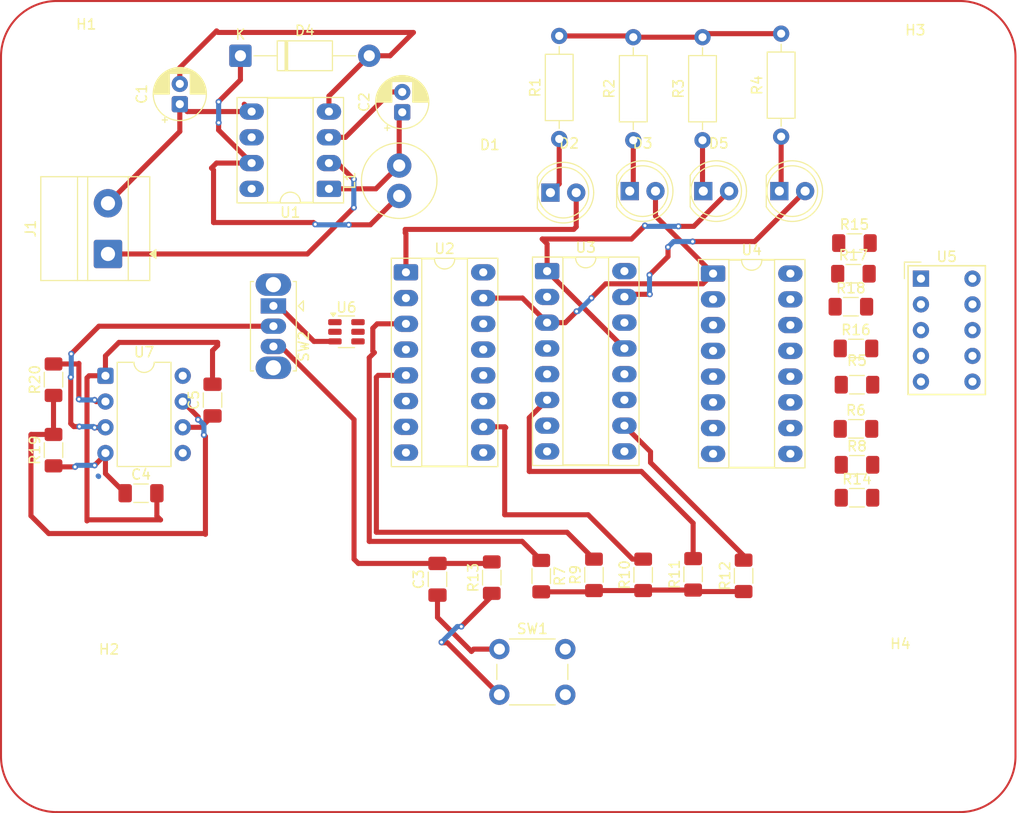
<source format=kicad_pcb>
(kicad_pcb (version 20241229) (generator "pcbnew") (generator_version "9.0")
  (layers (0 "F.Cu" signal) (2 "B.Cu" signal) (13 "F.Paste" user) (15 "B.Paste" user) (5 "F.SilkS" user "F.Silkscreen") (7 "B.SilkS" user "B.Silkscreen") (1 "F.Mask" user) (3 "B.Mask" user) (25 "Edge.Cuts" user))
  (net 0 "")
  (net 1 "VD")
  (net 2 "GND")
  (net 3 "+5V")
  (net 4 "Net-(SW2-A)")
  (net 5 "Net-(U7-THR)")
  (net 6 "Q0")
  (net 7 "Net-(D1-K)")
  (net 8 "Net-(D2-K)")
  (net 9 "Q1")
  (net 10 "Q2")
  (net 11 "Net-(D3-K)")
  (net 12 "Net-(D4-K)")
  (net 13 "Net-(D5-K)")
  (net 14 "Q3")
  (net 15 "Net-(U5-A)")
  (net 16 "Net-(U4-a)")
  (net 17 "Net-(U5-B)")
  (net 18 "Net-(U4-b)")
  (net 19 "Clock")
  (net 20 "Net-(U5-C)")
  (net 21 "Net-(U4-c)")
  (net 22 "Net-(U2A-J)")
  (net 23 "Net-(U2B-J)")
  (net 24 "Net-(U3A-J)")
  (net 25 "Net-(U3B-J)")
  (net 26 "Net-(R13-Pad1)")
  (net 27 "Net-(U5-D)")
  (net 28 "Net-(U4-d)")
  (net 29 "Net-(U4-BI)")
  (net 30 "Net-(U4-e)")
  (net 31 "Net-(U5-E)")
  (net 32 "Net-(U4-f)")
  (net 33 "Net-(U5-F)")
  (net 34 "Net-(U4-g)")
  (net 35 "Net-(U5-G)")
  (net 36 "Net-(U7-DIS)")
  (net 37 "555")
  (net 40 "Reset")
  (footprint "MountingHole:MountingHole_5.5mm" (layer "F.Cu") (at 124.65 117.65)
    (property "Reference" "H2" (at 0 -6.45 0) (layer "F.SilkS"))
    (property "Value" "MountingHole")
    (pad "" np_thru_hole circle (at 0 0) (size 5.5 5.5) (drill 5.5) (layers "*.Cu" "*.Mask"))
  )
  (footprint "Capacitor_THT:CP_Radial_D5.0mm_P2.00mm" (layer "F.Cu") (at 131.625 57.425 90)
    (property "Reference" "C1" (at 1 -3.75 90) (layer "F.SilkS"))
    (property "Value" "22u")
    (pad "1" thru_hole roundrect (at 0 0 90) (size 1.6 1.6) (drill 0.8) (layers "*.Cu" "*.Mask") (roundrect_rratio 0.15625) (net 1 "VD"))
    (pad "2" thru_hole circle (at 2 0 90) (size 1.6 1.6) (drill 0.8) (layers "*.Cu" "*.Mask") (net 2 "GND"))
  )
  (footprint "Package_DIP:DIP-8_W7.62mm_Socket_LongPads" (layer "F.Cu") (at 146.325 65.775 180)
    (property "Reference" "U1" (at 3.81 -2.33 0) (layer "F.SilkS"))
    (property "Value" "LM2574N-5")
    (pad "1" thru_hole roundrect (at 0 0 180) (size 2.4 1.6) (drill 0.8) (layers "*.Cu" "*.Mask") (roundrect_rratio 0.15625) (net 3 "+5V"))
    (pad "2" thru_hole oval (at 0 2.54 180) (size 2.4 1.6) (drill 0.8) (layers "*.Cu" "*.Mask") (net 2 "GND"))
    (pad "3" thru_hole oval (at 0 5.08 180) (size 2.4 1.6) (drill 0.8) (layers "*.Cu" "*.Mask") (net 2 "GND"))
    (pad "4" thru_hole oval (at 0 7.62 180) (size 2.4 1.6) (drill 0.8) (layers "*.Cu" "*.Mask") (net 2 "GND"))
    (pad "5" thru_hole oval (at 7.62 7.62 180) (size 2.4 1.6) (drill 0.8) (layers "*.Cu" "*.Mask") (net 1 "VD"))
    (pad "6" thru_hole oval (at 7.62 5.08 180) (size 2.4 1.6) (drill 0.8) (layers "*.Cu" "*.Mask"))
    (pad "7" thru_hole oval (at 7.62 2.54 180) (size 2.4 1.6) (drill 0.8) (layers "*.Cu" "*.Mask") (net 12 "Net-(D4-K)"))
    (pad "8" thru_hole oval (at 7.62 0 180) (size 2.4 1.6) (drill 0.8) (layers "*.Cu" "*.Mask"))
  )
  (footprint "Capacitor_SMD:C_1206_3216Metric_Pad1.33x1.80mm_HandSolder" (layer "F.Cu") (at 157.025 104.2875 90)
    (property "Reference" "C3" (at 0 -1.85 90) (layer "F.SilkS"))
    (property "Value" "1u")
    (pad "1" smd roundrect (at -1.5625 0 90) (size 1.325 1.8) (layers "F.Cu" "F.Mask" "F.Paste") (roundrect_rratio 0.188679) (net 2 "GND"))
    (pad "2" smd roundrect (at 1.5625 0 90) (size 1.325 1.8) (layers "F.Cu" "F.Mask" "F.Paste") (roundrect_rratio 0.188679) (net 4 "Net-(SW2-A)"))
  )
  (footprint "Resistor_SMD:R_1206_3216Metric_Pad1.30x1.75mm_HandSolder" (layer "F.Cu") (at 198.275 89.45)
    (property "Reference" "R6" (at 0 -1.83 0) (layer "F.SilkS"))
    (property "Value" "2k")
    (pad "1" smd roundrect (at -1.55 0) (size 1.3 1.75) (layers "F.Cu" "F.Mask" "F.Paste") (roundrect_rratio 0.192308) (net 18 "Net-(U4-b)"))
    (pad "2" smd roundrect (at 1.55 0) (size 1.3 1.75) (layers "F.Cu" "F.Mask" "F.Paste") (roundrect_rratio 0.192308) (net 17 "Net-(U5-B)"))
  )
  (footprint "Resistor_SMD:R_1206_3216Metric_Pad1.30x1.75mm_HandSolder" (layer "F.Cu") (at 187.2 103.95 90)
    (property "Reference" "R12" (at 0 -1.83 90) (layer "F.SilkS"))
    (property "Value" "10k")
    (pad "1" smd roundrect (at -1.55 0 90) (size 1.3 1.75) (layers "F.Cu" "F.Mask" "F.Paste") (roundrect_rratio 0.192308) (net 3 "+5V"))
    (pad "2" smd roundrect (at 1.55 0 90) (size 1.3 1.75) (layers "F.Cu" "F.Mask" "F.Paste") (roundrect_rratio 0.192308) (net 25 "Net-(U3B-J)"))
  )
  (footprint "MountingHole:MountingHole_5.5mm" (layer "F.Cu") (at 204.125 56.575)
    (property "Reference" "H3" (at 0 -6.45 0) (layer "F.SilkS"))
    (property "Value" "MountingHole")
    (pad "" np_thru_hole circle (at 0 0) (size 5.5 5.5) (drill 5.5) (layers "*.Cu" "*.Mask"))
  )
  (footprint "Inductor_THT:L_Radial_D7.2mm_P3.00mm_Murata_1700" (layer "F.Cu") (at 153.25 66.475 90)
    (property "Reference" "L1" (at 1.5 -4.85 90) (layer "F.SilkS"))
    (property "Value" "330u")
    (pad "1" thru_hole circle (at 0 0 90) (size 2.4 2.4) (drill 1.2) (layers "*.Cu" "*.Mask") (net 12 "Net-(D4-K)"))
    (pad "2" thru_hole circle (at 3 0 90) (size 2.4 2.4) (drill 1.2) (layers "*.Cu" "*.Mask") (net 3 "+5V"))
  )
  (footprint "Capacitor_SMD:C_1206_3216Metric_Pad1.33x1.80mm_HandSolder" (layer "F.Cu") (at 127.8 95.8)
    (property "Reference" "C4" (at 0 -1.85 0) (layer "F.SilkS"))
    (property "Value" "100n")
    (pad "1" smd roundrect (at -1.5625 0) (size 1.325 1.8) (layers "F.Cu" "F.Mask" "F.Paste") (roundrect_rratio 0.188679) (net 3 "+5V"))
    (pad "2" smd roundrect (at 1.5625 0) (size 1.325 1.8) (layers "F.Cu" "F.Mask" "F.Paste") (roundrect_rratio 0.188679) (net 2 "GND"))
  )
  (footprint "Resistor_SMD:R_1206_3216Metric_Pad1.30x1.75mm_HandSolder" (layer "F.Cu") (at 198.375 96.245)
    (property "Reference" "R14" (at 0 -1.83 0) (layer "F.SilkS"))
    (property "Value" "2k")
    (pad "1" smd roundrect (at -1.55 0) (size 1.3 1.75) (layers "F.Cu" "F.Mask" "F.Paste") (roundrect_rratio 0.192308) (net 28 "Net-(U4-d)"))
    (pad "2" smd roundrect (at 1.55 0) (size 1.3 1.75) (layers "F.Cu" "F.Mask" "F.Paste") (roundrect_rratio 0.192308) (net 27 "Net-(U5-D)"))
  )
  (footprint "Resistor_SMD:R_1206_3216Metric_Pad1.30x1.75mm_HandSolder" (layer "F.Cu") (at 172.45 103.85 90)
    (property "Reference" "R9" (at 0 -1.83 90) (layer "F.SilkS"))
    (property "Value" "10k")
    (pad "1" smd roundrect (at -1.55 0 90) (size 1.3 1.75) (layers "F.Cu" "F.Mask" "F.Paste") (roundrect_rratio 0.192308) (net 3 "+5V"))
    (pad "2" smd roundrect (at 1.55 0 90) (size 1.3 1.75) (layers "F.Cu" "F.Mask" "F.Paste") (roundrect_rratio 0.192308) (net 22 "Net-(U2A-J)"))
  )
  (footprint "Package_DIP:DIP-8_W7.62mm" (layer "F.Cu") (at 124.295 84.215)
    (property "Reference" "U7" (at 3.81 -2.33 0) (layer "F.SilkS"))
    (property "Value" "NE555P")
    (pad "1" thru_hole roundrect (at 0 0) (size 1.6 1.6) (drill 0.8) (layers "*.Cu" "*.Mask") (roundrect_rratio 0.15625) (net 2 "GND"))
    (pad "2" thru_hole circle (at 0 2.54) (size 1.6 1.6) (drill 0.8) (layers "*.Cu" "*.Mask") (net 5 "Net-(U7-THR)"))
    (pad "3" thru_hole circle (at 0 5.08) (size 1.6 1.6) (drill 0.8) (layers "*.Cu" "*.Mask") (net 37 "555"))
    (pad "4" thru_hole circle (at 0 7.62) (size 1.6 1.6) (drill 0.8) (layers "*.Cu" "*.Mask") (net 3 "+5V"))
    (pad "5" thru_hole circle (at 7.62 7.62) (size 1.6 1.6) (drill 0.8) (layers "*.Cu" "*.Mask"))
    (pad "6" thru_hole circle (at 7.62 5.08) (size 1.6 1.6) (drill 0.8) (layers "*.Cu" "*.Mask") (net 5 "Net-(U7-THR)"))
    (pad "7" thru_hole circle (at 7.62 2.54) (size 1.6 1.6) (drill 0.8) (layers "*.Cu" "*.Mask") (net 36 "Net-(U7-DIS)"))
    (pad "8" thru_hole circle (at 7.62 0) (size 1.6 1.6) (drill 0.8) (layers "*.Cu" "*.Mask") (net 3 "+5V"))
  )
  (footprint "Button_Switch_THT:SW_PUSH_6mm_H4.3mm" (layer "F.Cu") (at 163.125 111.175)
    (property "Reference" "SW1" (at 3.25 -2 0) (layer "F.SilkS"))
    (property "Value" "SW_Push")
    (pad "1" thru_hole circle (at 0 0 90) (size 2 2) (drill 1.1) (layers "*.Cu" "*.Mask") (net 2 "GND"))
    (pad "1" thru_hole circle (at 6.5 0 90) (size 2 2) (drill 1.1) (layers "*.Cu" "*.Mask") (net 2 "GND"))
    (pad "2" thru_hole circle (at 0 4.5 90) (size 2 2) (drill 1.1) (layers "*.Cu" "*.Mask") (net 26 "Net-(R13-Pad1)"))
    (pad "2" thru_hole circle (at 6.5 4.5 90) (size 2 2) (drill 1.1) (layers "*.Cu" "*.Mask") (net 26 "Net-(R13-Pad1)"))
  )
  (footprint "LED_THT:LED_D5.0mm" (layer "F.Cu") (at 183.225 66)
    (property "Reference" "D3" (at -5.98 -4.71 0) (layer "F.SilkS"))
    (property "Value" "LED")
    (pad "1" thru_hole rect (at 0 0) (size 1.8 1.8) (drill 0.9) (layers "*.Cu" "*.Mask") (net 11 "Net-(D3-K)"))
    (pad "2" thru_hole circle (at 2.54 0) (size 1.8 1.8) (drill 0.9) (layers "*.Cu" "*.Mask") (net 10 "Q2"))
  )
  (footprint "Capacitor_SMD:C_1206_3216Metric_Pad1.33x1.80mm_HandSolder" (layer "F.Cu") (at 134.85 86.6125 90)
    (property "Reference" "C5" (at 0 -1.85 90) (layer "F.SilkS"))
    (property "Value" "10u")
    (pad "1" smd roundrect (at -1.5625 0 90) (size 1.325 1.8) (layers "F.Cu" "F.Mask" "F.Paste") (roundrect_rratio 0.188679) (net 5 "Net-(U7-THR)"))
    (pad "2" smd roundrect (at 1.5625 0 90) (size 1.325 1.8) (layers "F.Cu" "F.Mask" "F.Paste") (roundrect_rratio 0.188679) (net 2 "GND"))
  )
  (footprint "Resistor_SMD:R_1206_3216Metric_Pad1.30x1.75mm_HandSolder" (layer "F.Cu") (at 167.25 103.975 -90)
    (property "Reference" "R7" (at 0 -1.83 90) (layer "F.SilkS"))
    (property "Value" "10k")
    (pad "1" smd roundrect (at -1.55 0 270) (size 1.3 1.75) (layers "F.Cu" "F.Mask" "F.Paste") (roundrect_rratio 0.192308) (net 19 "Clock"))
    (pad "2" smd roundrect (at 1.55 0 270) (size 1.3 1.75) (layers "F.Cu" "F.Mask" "F.Paste") (roundrect_rratio 0.192308) (net 3 "+5V"))
  )
  (footprint "LED_THT:LED_D5.0mm" (layer "F.Cu") (at 168.16 66.15)
    (property "Reference" "D1" (at -5.98 -4.71 0) (layer "F.SilkS"))
    (property "Value" "LED")
    (pad "1" thru_hole rect (at 0 0) (size 1.8 1.8) (drill 0.9) (layers "*.Cu" "*.Mask") (net 7 "Net-(D1-K)"))
    (pad "2" thru_hole circle (at 2.54 0) (size 1.8 1.8) (drill 0.9) (layers "*.Cu" "*.Mask") (net 6 "Q0"))
  )
  (footprint "Resistor_THT:R_Axial_DIN0207_L6.3mm_D2.5mm_P10.16mm_Horizontal" (layer "F.Cu") (at 183.15 60.98 90)
    (property "Reference" "R3" (at 5.08 -2.37 90) (layer "F.SilkS"))
    (property "Value" "4k7")
    (pad "1" thru_hole circle (at 0 0 90) (size 1.6 1.6) (drill 0.8) (layers "*.Cu" "*.Mask") (net 11 "Net-(D3-K)"))
    (pad "2" thru_hole circle (at 10.16 0 90) (size 1.6 1.6) (drill 0.8) (layers "*.Cu" "*.Mask") (net 2 "GND"))
  )
  (footprint "LED_THT:LED_D5.0mm" (layer "F.Cu") (at 175.975 66)
    (property "Reference" "D2" (at -5.98 -4.71 0) (layer "F.SilkS"))
    (property "Value" "LED")
    (pad "1" thru_hole rect (at 0 0) (size 1.8 1.8) (drill 0.9) (layers "*.Cu" "*.Mask") (net 8 "Net-(D2-K)"))
    (pad "2" thru_hole circle (at 2.54 0) (size 1.8 1.8) (drill 0.9) (layers "*.Cu" "*.Mask") (net 9 "Q1"))
  )
  (footprint "LED_THT:LED_D5.0mm" (layer "F.Cu") (at 190.725 66)
    (property "Reference" "D5" (at -5.98 -4.71 0) (layer "F.SilkS"))
    (property "Value" "LED")
    (pad "1" thru_hole rect (at 0 0) (size 1.8 1.8) (drill 0.9) (layers "*.Cu" "*.Mask") (net 13 "Net-(D5-K)"))
    (pad "2" thru_hole circle (at 2.54 0) (size 1.8 1.8) (drill 0.9) (layers "*.Cu" "*.Mask") (net 14 "Q3"))
  )
  (footprint "Resistor_SMD:R_1206_3216Metric_Pad1.30x1.75mm_HandSolder" (layer "F.Cu") (at 198.025 74.15)
    (property "Reference" "R17" (at 0 -1.83 0) (layer "F.SilkS"))
    (property "Value" "2k")
    (pad "1" smd roundrect (at -1.55 0) (size 1.3 1.75) (layers "F.Cu" "F.Mask" "F.Paste") (roundrect_rratio 0.192308) (net 32 "Net-(U4-f)"))
    (pad "2" smd roundrect (at 1.55 0) (size 1.3 1.75) (layers "F.Cu" "F.Mask" "F.Paste") (roundrect_rratio 0.192308) (net 33 "Net-(U5-F)"))
  )
  (footprint "Resistor_SMD:R_1206_3216Metric_Pad1.30x1.75mm_HandSolder" (layer "F.Cu") (at 119.175 84.6 90)
    (property "Reference" "R20" (at 0 -1.83 90) (layer "F.SilkS"))
    (property "Value" "47k")
    (pad "1" smd roundrect (at -1.55 0 90) (size 1.3 1.75) (layers "F.Cu" "F.Mask" "F.Paste") (roundrect_rratio 0.192308) (net 36 "Net-(U7-DIS)"))
    (pad "2" smd roundrect (at 1.55 0 90) (size 1.3 1.75) (layers "F.Cu" "F.Mask" "F.Paste") (roundrect_rratio 0.192308) (net 5 "Net-(U7-THR)"))
  )
  (footprint "Resistor_SMD:R_1206_3216Metric_Pad1.30x1.75mm_HandSolder" (layer "F.Cu") (at 197.775 77.4)
    (property "Reference" "R18" (at 0 -1.83 0) (layer "F.SilkS"))
    (property "Value" "2k")
    (pad "1" smd roundrect (at -1.55 0) (size 1.3 1.75) (layers "F.Cu" "F.Mask" "F.Paste") (roundrect_rratio 0.192308) (net 34 "Net-(U4-g)"))
    (pad "2" smd roundrect (at 1.55 0) (size 1.3 1.75) (layers "F.Cu" "F.Mask" "F.Paste") (roundrect_rratio 0.192308) (net 35 "Net-(U5-G)"))
  )
  (footprint "Package_DIP:DIP-16_W7.62mm_Socket_LongPads" (layer "F.Cu") (at 167.83 73.895)
    (property "Reference" "U3" (at 3.81 -2.33 0) (layer "F.SilkS"))
    (property "Value" "4027")
    (pad "1" thru_hole roundrect (at 0 0) (size 2.4 1.6) (drill 0.8) (layers "*.Cu" "*.Mask") (roundrect_rratio 0.15625) (net 10 "Q2"))
    (pad "2" thru_hole oval (at 0 2.54) (size 2.4 1.6) (drill 0.8) (layers "*.Cu" "*.Mask"))
    (pad "3" thru_hole oval (at 0 5.08) (size 2.4 1.6) (drill 0.8) (layers "*.Cu" "*.Mask") (net 9 "Q1"))
    (pad "4" thru_hole oval (at 0 7.62) (size 2.4 1.6) (drill 0.8) (layers "*.Cu" "*.Mask") (net 40 "Reset"))
    (pad "5" thru_hole oval (at 0 10.16) (size 2.4 1.6) (drill 0.8) (layers "*.Cu" "*.Mask") (net 24 "Net-(U3A-J)"))
    (pad "6" thru_hole oval (at 0 12.7) (size 2.4 1.6) (drill 0.8) (layers "*.Cu" "*.Mask") (net 24 "Net-(U3A-J)"))
    (pad "7" thru_hole oval (at 0 15.24) (size 2.4 1.6) (drill 0.8) (layers "*.Cu" "*.Mask") (net 2 "GND"))
    (pad "8" thru_hole oval (at 0 17.78) (size 2.4 1.6) (drill 0.8) (layers "*.Cu" "*.Mask") (net 2 "GND"))
    (pad "9" thru_hole oval (at 7.62 17.78) (size 2.4 1.6) (drill 0.8) (layers "*.Cu" "*.Mask") (net 2 "GND"))
    (pad "10" thru_hole oval (at 7.62 15.24) (size 2.4 1.6) (drill 0.8) (layers "*.Cu" "*.Mask") (net 25 "Net-(U3B-J)"))
    (pad "11" thru_hole oval (at 7.62 12.7) (size 2.4 1.6) (drill 0.8) (layers "*.Cu" "*.Mask") (net 25 "Net-(U3B-J)"))
    (pad "12" thru_hole oval (at 7.62 10.16) (size 2.4 1.6) (drill 0.8) (layers "*.Cu" "*.Mask") (net 40 "Reset"))
    (pad "13" thru_hole oval (at 7.62 7.62) (size 2.4 1.6) (drill 0.8) (layers "*.Cu" "*.Mask") (net 10 "Q2"))
    (pad "14" thru_hole oval (at 7.62 5.08) (size 2.4 1.6) (drill 0.8) (layers "*.Cu" "*.Mask"))
    (pad "15" thru_hole oval (at 7.62 2.54) (size 2.4 1.6) (drill 0.8) (layers "*.Cu" "*.Mask") (net 14 "Q3"))
    (pad "16" thru_hole oval (at 7.62 0) (size 2.4 1.6) (drill 0.8) (layers "*.Cu" "*.Mask") (net 3 "+5V"))
  )
  (footprint "Package_TO_SOT_SMD:SOT-23-6" (layer "F.Cu") (at 148.05 79.875)
    (property "Reference" "U6" (at 0 -2.4 0) (layer "F.SilkS"))
    (property "Value" "74LVC1G11")
    (pad "1" smd roundrect (at -1.1375 -0.95) (size 1.325 0.6) (layers "F.Cu" "F.Mask" "F.Paste") (net 14 "Q3"))
    (pad "2" smd roundrect (at -1.1375 0) (size 1.325 0.6) (layers "F.Cu" "F.Mask" "F.Paste") (net 2 "GND"))
    (pad "3" smd roundrect (at -1.1375 0.95) (size 1.325 0.6) (layers "F.Cu" "F.Mask" "F.Paste") (net 19 "Clock"))
    (pad "4" smd roundrect (at 1.1375 0.95) (size 1.325 0.6) (layers "F.Cu" "F.Mask" "F.Paste") (net 40 "Reset"))
    (pad "5" smd roundrect (at 1.1375 0) (size 1.325 0.6) (layers "F.Cu" "F.Mask" "F.Paste") (net 3 "+5V"))
    (pad "6" smd roundrect (at 1.1375 -0.95) (size 1.325 0.6) (layers "F.Cu" "F.Mask" "F.Paste") (net 9 "Q1"))
  )
  (footprint "Resistor_SMD:R_1206_3216Metric_Pad1.30x1.75mm_HandSolder" (layer "F.Cu") (at 177.3 103.85 90)
    (property "Reference" "R10" (at 0 -1.83 90) (layer "F.SilkS"))
    (property "Value" "10k")
    (pad "1" smd roundrect (at -1.55 0 90) (size 1.3 1.75) (layers "F.Cu" "F.Mask" "F.Paste") (roundrect_rratio 0.192308) (net 3 "+5V"))
    (pad "2" smd roundrect (at 1.55 0 90) (size 1.3 1.75) (layers "F.Cu" "F.Mask" "F.Paste") (roundrect_rratio 0.192308) (net 23 "Net-(U2B-J)"))
  )
  (footprint "Resistor_SMD:R_1206_3216Metric_Pad1.30x1.75mm_HandSolder" (layer "F.Cu") (at 198.375 85.095)
    (property "Reference" "R5" (at 0 -2.375 0) (layer "F.SilkS"))
    (property "Value" "2k")
    (pad "1" smd roundrect (at -1.55 0) (size 1.3 1.75) (layers "F.Cu" "F.Mask" "F.Paste") (roundrect_rratio 0.192308) (net 16 "Net-(U4-a)"))
    (pad "2" smd roundrect (at 1.55 0) (size 1.3 1.75) (layers "F.Cu" "F.Mask" "F.Paste") (roundrect_rratio 0.192308) (net 15 "Net-(U5-A)"))
  )
  (footprint "Resistor_SMD:R_1206_3216Metric_Pad1.30x1.75mm_HandSolder" (layer "F.Cu") (at 162.375 104.125 90)
    (property "Reference" "R13" (at 0 -1.83 90) (layer "F.SilkS"))
    (property "Value" "2k")
    (pad "1" smd roundrect (at -1.55 0 90) (size 1.3 1.75) (layers "F.Cu" "F.Mask" "F.Paste") (roundrect_rratio 0.192308) (net 26 "Net-(R13-Pad1)"))
    (pad "2" smd roundrect (at 1.55 0 90) (size 1.3 1.75) (layers "F.Cu" "F.Mask" "F.Paste") (roundrect_rratio 0.192308) (net 4 "Net-(SW2-A)"))
  )
  (footprint "MountingHole:MountingHole_5.5mm" (layer "F.Cu") (at 122.4 56)
    (property "Reference" "H1" (at 0 -6.45 0) (layer "F.SilkS"))
    (property "Value" "MountingHole")
    (pad "" np_thru_hole circle (at 0 0) (size 5.5 5.5) (drill 5.5) (layers "*.Cu" "*.Mask"))
  )
  (footprint "Package_DIP:DIP-16_W7.62mm_Socket_LongPads" (layer "F.Cu") (at 184.19 74.135)
    (property "Reference" "U4" (at 3.81 -2.33 0) (layer "F.SilkS"))
    (property "Value" "74LS47")
    (pad "1" thru_hole roundrect (at 0 0) (size 2.4 1.6) (drill 0.8) (layers "*.Cu" "*.Mask") (roundrect_rratio 0.15625) (net 9 "Q1"))
    (pad "2" thru_hole oval (at 0 2.54) (size 2.4 1.6) (drill 0.8) (layers "*.Cu" "*.Mask") (net 10 "Q2"))
    (pad "3" thru_hole oval (at 0 5.08) (size 2.4 1.6) (drill 0.8) (layers "*.Cu" "*.Mask") (net 29 "Net-(U4-BI)"))
    (pad "4" thru_hole oval (at 0 7.62) (size 2.4 1.6) (drill 0.8) (layers "*.Cu" "*.Mask") (net 29 "Net-(U4-BI)"))
    (pad "5" thru_hole oval (at 0 10.16) (size 2.4 1.6) (drill 0.8) (layers "*.Cu" "*.Mask") (net 29 "Net-(U4-BI)"))
    (pad "6" thru_hole oval (at 0 12.7) (size 2.4 1.6) (drill 0.8) (layers "*.Cu" "*.Mask") (net 14 "Q3"))
    (pad "7" thru_hole oval (at 0 15.24) (size 2.4 1.6) (drill 0.8) (layers "*.Cu" "*.Mask") (net 6 "Q0"))
    (pad "8" thru_hole oval (at 0 17.78) (size 2.4 1.6) (drill 0.8) (layers "*.Cu" "*.Mask") (net 2 "GND"))
    (pad "9" thru_hole oval (at 7.62 17.78) (size 2.4 1.6) (drill 0.8) (layers "*.Cu" "*.Mask") (net 30 "Net-(U4-e)"))
    (pad "10" thru_hole oval (at 7.62 15.24) (size 2.4 1.6) (drill 0.8) (layers "*.Cu" "*.Mask") (net 28 "Net-(U4-d)"))
    (pad "11" thru_hole oval (at 7.62 12.7) (size 2.4 1.6) (drill 0.8) (layers "*.Cu" "*.Mask") (net 21 "Net-(U4-c)"))
    (pad "12" thru_hole oval (at 7.62 10.16) (size 2.4 1.6) (drill 0.8) (layers "*.Cu" "*.Mask") (net 18 "Net-(U4-b)"))
    (pad "13" thru_hole oval (at 7.62 7.62) (size 2.4 1.6) (drill 0.8) (layers "*.Cu" "*.Mask") (net 16 "Net-(U4-a)"))
    (pad "14" thru_hole oval (at 7.62 5.08) (size 2.4 1.6) (drill 0.8) (layers "*.Cu" "*.Mask") (net 34 "Net-(U4-g)"))
    (pad "15" thru_hole oval (at 7.62 2.54) (size 2.4 1.6) (drill 0.8) (layers "*.Cu" "*.Mask") (net 32 "Net-(U4-f)"))
    (pad "16" thru_hole oval (at 7.62 0) (size 2.4 1.6) (drill 0.8) (layers "*.Cu" "*.Mask") (net 3 "+5V"))
  )
  (footprint "Resistor_THT:R_Axial_DIN0207_L6.3mm_D2.5mm_P10.16mm_Horizontal" (layer "F.Cu") (at 190.9 60.63 90)
    (property "Reference" "R4" (at 5.08 -2.37 90) (layer "F.SilkS"))
    (property "Value" "4k7")
    (pad "1" thru_hole circle (at 0 0 90) (size 1.6 1.6) (drill 0.8) (layers "*.Cu" "*.Mask") (net 13 "Net-(D5-K)"))
    (pad "2" thru_hole circle (at 10.16 0 90) (size 1.6 1.6) (drill 0.8) (layers "*.Cu" "*.Mask") (net 2 "GND"))
  )
  (footprint "Resistor_SMD:R_1206_3216Metric_Pad1.30x1.75mm_HandSolder" (layer "F.Cu") (at 198.375 92.995)
    (property "Reference" "R8" (at 0 -1.83 0) (layer "F.SilkS"))
    (property "Value" "2k")
    (pad "1" smd roundrect (at -1.55 0) (size 1.3 1.75) (layers "F.Cu" "F.Mask" "F.Paste") (roundrect_rratio 0.192308) (net 21 "Net-(U4-c)"))
    (pad "2" smd roundrect (at 1.55 0) (size 1.3 1.75) (layers "F.Cu" "F.Mask" "F.Paste") (roundrect_rratio 0.192308) (net 20 "Net-(U5-C)"))
  )
  (footprint "Resistor_SMD:R_1206_3216Metric_Pad1.30x1.75mm_HandSolder" (layer "F.Cu") (at 198.275 81.52)
    (property "Reference" "R16" (at 0 -1.83 0) (layer "F.SilkS"))
    (property "Value" "2k")
    (pad "1" smd roundrect (at -1.55 0) (size 1.3 1.75) (layers "F.Cu" "F.Mask" "F.Paste") (roundrect_rratio 0.192308) (net 30 "Net-(U4-e)"))
    (pad "2" smd roundrect (at 1.55 0) (size 1.3 1.75) (layers "F.Cu" "F.Mask" "F.Paste") (roundrect_rratio 0.192308) (net 31 "Net-(U5-E)"))
  )
  (footprint "Resistor_SMD:R_1206_3216Metric_Pad1.30x1.75mm_HandSolder" (layer "F.Cu") (at 198.125 71.125)
    (property "Reference" "R15" (at 0 -1.83 0) (layer "F.SilkS"))
    (property "Value" "10k")
    (pad "1" smd roundrect (at -1.55 0) (size 1.3 1.75) (layers "F.Cu" "F.Mask" "F.Paste") (roundrect_rratio 0.192308) (net 3 "+5V"))
    (pad "2" smd roundrect (at 1.55 0) (size 1.3 1.75) (layers "F.Cu" "F.Mask" "F.Paste") (roundrect_rratio 0.192308) (net 29 "Net-(U4-BI)"))
  )
  (footprint "Resistor_THT:R_Axial_DIN0207_L6.3mm_D2.5mm_P10.16mm_Horizontal" (layer "F.Cu") (at 169.025 60.855 90)
    (property "Reference" "R1" (at 5.08 -2.37 90) (layer "F.SilkS"))
    (property "Value" "4k7")
    (pad "1" thru_hole circle (at 0 0 90) (size 1.6 1.6) (drill 0.8) (layers "*.Cu" "*.Mask") (net 7 "Net-(D1-K)"))
    (pad "2" thru_hole circle (at 10.16 0 90) (size 1.6 1.6) (drill 0.8) (layers "*.Cu" "*.Mask") (net 2 "GND"))
  )
  (footprint "Display_7Segment:HDSP-7401" (layer "F.Cu") (at 204.6825 74.6325)
    (property "Reference" "U5" (at 2.54 -2.159 0) (layer "F.SilkS"))
    (property "Value" "FYS-3911BUHR-21")
    (pad "1" thru_hole rect (at 0 0) (size 1.6 1.6) (drill 0.8) (layers "*.Cu" "*.Mask") (net 3 "+5V"))
    (pad "2" thru_hole circle (at 0 2.54) (size 1.6 1.6) (drill 0.8) (layers "*.Cu" "*.Mask") (net 33 "Net-(U5-F)"))
    (pad "3" thru_hole circle (at 0 5.08) (size 1.6 1.6) (drill 0.8) (layers "*.Cu" "*.Mask") (net 35 "Net-(U5-G)"))
    (pad "4" thru_hole circle (at 0 7.62) (size 1.6 1.6) (drill 0.8) (layers "*.Cu" "*.Mask") (net 31 "Net-(U5-E)"))
    (pad "5" thru_hole circle (at 0 10.16) (size 1.6 1.6) (drill 0.8) (layers "*.Cu" "*.Mask") (net 27 "Net-(U5-D)"))
    (pad "6" thru_hole circle (at 5.08 10.16) (size 1.6 1.6) (drill 0.8) (layers "*.Cu" "*.Mask") (net 3 "+5V"))
    (pad "7" thru_hole circle (at 5.08 7.62) (size 1.6 1.6) (drill 0.8) (layers "*.Cu" "*.Mask"))
    (pad "8" thru_hole circle (at 5.08 5.08) (size 1.6 1.6) (drill 0.8) (layers "*.Cu" "*.Mask") (net 20 "Net-(U5-C)"))
    (pad "9" thru_hole circle (at 5.08 2.54) (size 1.6 1.6) (drill 0.8) (layers "*.Cu" "*.Mask") (net 17 "Net-(U5-B)"))
    (pad "10" thru_hole circle (at 5.08 0) (size 1.6 1.6) (drill 0.8) (layers "*.Cu" "*.Mask") (net 15 "Net-(U5-A)"))
  )
  (footprint "Resistor_THT:R_Axial_DIN0207_L6.3mm_D2.5mm_P10.16mm_Horizontal" (layer "F.Cu") (at 176.325 60.98 90)
    (property "Reference" "R2" (at 5.08 -2.37 90) (layer "F.SilkS"))
    (property "Value" "4k7")
    (pad "1" thru_hole circle (at 0 0 90) (size 1.6 1.6) (drill 0.8) (layers "*.Cu" "*.Mask") (net 8 "Net-(D2-K)"))
    (pad "2" thru_hole circle (at 10.16 0 90) (size 1.6 1.6) (drill 0.8) (layers "*.Cu" "*.Mask") (net 2 "GND"))
  )
  (footprint "TerminalBlock_MetzConnect:TerminalBlock_MetzConnect_Type011_RT05502HBLC_1x02_P5.00mm_Horizontal" (layer "F.Cu") (at 124.5425 72.2 90)
    (property "Reference" "J1" (at 2.5 -7.62 90) (layer "F.SilkS"))
    (property "Value" "Screw_Terminal_01x02")
    (pad "1" thru_hole roundrect (at 0 0 90) (size 2.8 2.8) (drill 1.4) (layers "*.Cu" "*.Mask") (roundrect_rratio 0.089286) (net 2 "GND"))
    (pad "2" thru_hole circle (at 5 0 90) (size 2.8 2.8) (drill 1.4) (layers "*.Cu" "*.Mask") (net 1 "VD"))
  )
  (footprint "Package_DIP:DIP-16_W7.62mm_Socket_LongPads" (layer "F.Cu") (at 153.915 74.01)
    (property "Reference" "U2" (at 3.81 -2.33 0) (layer "F.SilkS"))
    (property "Value" "4027")
    (pad "1" thru_hole roundrect (at 0 0) (size 2.4 1.6) (drill 0.8) (layers "*.Cu" "*.Mask") (roundrect_rratio 0.15625) (net 6 "Q0"))
    (pad "2" thru_hole oval (at 0 2.54) (size 2.4 1.6) (drill 0.8) (layers "*.Cu" "*.Mask"))
    (pad "3" thru_hole oval (at 0 5.08) (size 2.4 1.6) (drill 0.8) (layers "*.Cu" "*.Mask") (net 19 "Clock"))
    (pad "4" thru_hole oval (at 0 7.62) (size 2.4 1.6) (drill 0.8) (layers "*.Cu" "*.Mask") (net 40 "Reset"))
    (pad "5" thru_hole oval (at 0 10.16) (size 2.4 1.6) (drill 0.8) (layers "*.Cu" "*.Mask") (net 22 "Net-(U2A-J)"))
    (pad "6" thru_hole oval (at 0 12.7) (size 2.4 1.6) (drill 0.8) (layers "*.Cu" "*.Mask") (net 22 "Net-(U2A-J)"))
    (pad "7" thru_hole oval (at 0 15.24) (size 2.4 1.6) (drill 0.8) (layers "*.Cu" "*.Mask") (net 2 "GND"))
    (pad "8" thru_hole oval (at 0 17.78) (size 2.4 1.6) (drill 0.8) (layers "*.Cu" "*.Mask") (net 2 "GND"))
    (pad "9" thru_hole oval (at 7.62 17.78) (size 2.4 1.6) (drill 0.8) (layers "*.Cu" "*.Mask") (net 2 "GND"))
    (pad "10" thru_hole oval (at 7.62 15.24) (size 2.4 1.6) (drill 0.8) (layers "*.Cu" "*.Mask") (net 23 "Net-(U2B-J)"))
    (pad "11" thru_hole oval (at 7.62 12.7) (size 2.4 1.6) (drill 0.8) (layers "*.Cu" "*.Mask") (net 23 "Net-(U2B-J)"))
    (pad "12" thru_hole oval (at 7.62 10.16) (size 2.4 1.6) (drill 0.8) (layers "*.Cu" "*.Mask") (net 40 "Reset"))
    (pad "13" thru_hole oval (at 7.62 7.62) (size 2.4 1.6) (drill 0.8) (layers "*.Cu" "*.Mask") (net 6 "Q0"))
    (pad "14" thru_hole oval (at 7.62 5.08) (size 2.4 1.6) (drill 0.8) (layers "*.Cu" "*.Mask"))
    (pad "15" thru_hole oval (at 7.62 2.54) (size 2.4 1.6) (drill 0.8) (layers "*.Cu" "*.Mask") (net 9 "Q1"))
    (pad "16" thru_hole oval (at 7.62 0) (size 2.4 1.6) (drill 0.8) (layers "*.Cu" "*.Mask") (net 3 "+5V"))
  )
  (footprint "Resistor_SMD:R_1206_3216Metric_Pad1.30x1.75mm_HandSolder" (layer "F.Cu") (at 182.225 103.8 90)
    (property "Reference" "R11" (at 0 -1.83 90) (layer "F.SilkS"))
    (property "Value" "10k")
    (pad "1" smd roundrect (at -1.55 0 90) (size 1.3 1.75) (layers "F.Cu" "F.Mask" "F.Paste") (roundrect_rratio 0.192308) (net 3 "+5V"))
    (pad "2" smd roundrect (at 1.55 0 90) (size 1.3 1.75) (layers "F.Cu" "F.Mask" "F.Paste") (roundrect_rratio 0.192308) (net 24 "Net-(U3A-J)"))
  )
  (footprint "Capacitor_THT:CP_Radial_D5.0mm_P2.00mm" (layer "F.Cu") (at 153.55 58.225 90)
    (property "Reference" "C2" (at 1 -3.75 90) (layer "F.SilkS"))
    (property "Value" "220u")
    (pad "1" thru_hole roundrect (at 0 0 90) (size 1.6 1.6) (drill 0.8) (layers "*.Cu" "*.Mask") (roundrect_rratio 0.15625) (net 3 "+5V"))
    (pad "2" thru_hole circle (at 2 0 90) (size 1.6 1.6) (drill 0.8) (layers "*.Cu" "*.Mask") (net 2 "GND"))
  )
  (footprint "Diode_THT:D_DO-41_SOD81_P12.70mm_Horizontal" (layer "F.Cu") (at 137.6 52.65)
    (property "Reference" "D4" (at 6.35 -2.47 0) (layer "F.SilkS"))
    (property "Value" "11DQ06")
    (fp_text user "K" (at 0 -2.1 0) (layer "F.SilkS"))
    (pad "1" thru_hole roundrect (at 0 0) (size 2.2 2.2) (drill 1.1) (layers "*.Cu" "*.Mask") (roundrect_rratio 0.113636) (net 12 "Net-(D4-K)"))
    (pad "2" thru_hole circle (at 12.7 0) (size 2.2 2.2) (drill 1.1) (layers "*.Cu" "*.Mask") (net 2 "GND"))
  )
  (footprint "MountingHole:MountingHole_5.5mm" (layer "F.Cu") (at 202.65 117.1)
    (property "Reference" "H4" (at 0 -6.45 0) (layer "F.SilkS"))
    (property "Value" "MountingHole")
    (pad "" np_thru_hole circle (at 0 0) (size 5.5 5.5) (drill 5.5) (layers "*.Cu" "*.Mask"))
  )
  (footprint "Resistor_SMD:R_1206_3216Metric_Pad1.30x1.75mm_HandSolder" (layer "F.Cu") (at 119.175 91.55 90)
    (property "Reference" "R19" (at 0 -1.83 90) (layer "F.SilkS"))
    (property "Value" "47k")
    (pad "1" smd roundrect (at -1.55 0 90) (size 1.3 1.75) (layers "F.Cu" "F.Mask" "F.Paste") (roundrect_rratio 0.192308) (net 3 "+5V"))
    (pad "2" smd roundrect (at 1.55 0 90) (size 1.3 1.75) (layers "F.Cu" "F.Mask" "F.Paste") (roundrect_rratio 0.192308) (net 36 "Net-(U7-DIS)"))
  )
  (footprint "Button_Switch_THT:SW_Slide_SPDT_Straight_CK_OS102011MS2Q" (layer "F.Cu") (at 140.85 77.325 -90)
    (property "Reference" "SW2" (at 3.99 -2.99 90) (layer "F.SilkS"))
    (property "Value" "~")
    (pad "" thru_hole oval (at -2.1 0 270) (size 2.2 3.5) (drill 1.5) (layers "*.Cu" "*.Mask"))
    (pad "" thru_hole oval (at 6.1 0 270) (size 2.2 3.5) (drill 1.5) (layers "*.Cu" "*.Mask"))
    (pad "1" thru_hole rect (at 0 0 270) (size 1.5 2.5) (drill 0.8) (layers "*.Cu" "*.Mask") (net 19 "Clock"))
    (pad "2" thru_hole oval (at 2 0 270) (size 1.5 2.5) (drill 0.8) (layers "*.Cu" "*.Mask") (net 37 "555"))
    (pad "3" thru_hole oval (at 4 0 270) (size 1.5 2.5) (drill 0.8) (layers "*.Cu" "*.Mask") (net 4 "Net-(SW2-A)"))
  )
  (gr_line (start 208.5 127.25) (end 119.5 127.25) (stroke (width 0.2)) (layer "F.Cu"))
  (gr_line (start 214 52.75) (end 214 121.75) (stroke (width 0.2)) (layer "F.Cu"))
  (gr_arc (start 119.5 127.25) (mid 115.610913 125.639087) (end 114 121.75) (stroke (width 0.2)) (layer "F.Cu"))
  (gr_arc (start 114 52.75) (mid 115.610913 48.860913) (end 119.5 47.25) (stroke (width 0.2)) (layer "F.Cu"))
  (gr_line (start 114 121.75) (end 114 52.75) (stroke (width 0.2)) (layer "F.Cu"))
  (gr_line (start 119.5 47.25) (end 208.5 47.25) (stroke (width 0.2)) (layer "F.Cu"))
  (gr_arc (start 214 121.75) (mid 212.389087 125.639087) (end 208.5 127.25) (stroke (width 0.2)) (layer "F.Cu"))
  (gr_arc (start 208.5 47.25) (mid 212.389087 48.860913) (end 214 52.75) (stroke (width 0.2)) (layer "F.Cu"))
  (segment (start 131.625 60.1175) (end 124.5425 67.2) (width 0.5) (layer "F.Cu") (net 1))
  (segment (start 138.705 58.155) (end 132.355 58.155) (width 0.5) (layer "F.Cu") (net 1))
  (segment (start 137.975 57.425) (end 138.705 58.155) (width 0.5) (layer "F.Cu") (net 1))
  (segment (start 131.625 57.425) (end 131.625 60.1175) (width 0.5) (layer "F.Cu") (net 1))
  (segment (start 132.355 58.155) (end 131.625 57.425) (width 0.5) (layer "F.Cu") (net 1))
  (segment (start 153.55 56.225) (end 152.41863 56.225) (width 0.5) (layer "F.Cu") (net 2))
  (segment (start 147.94863 60.695) (end 146.325 60.695) (width 0.5) (layer "F.Cu") (net 2))
  (segment (start 122.685 84.215) (end 122.475 84.425) (width 0.5) (layer "F.Cu") (net 2))
  (segment (start 134.85 81.725) (end 134.85 85.05) (width 0.5) (layer "F.Cu") (net 2))
  (segment (start 146.325 63.235) (end 147.16 63.235) (width 0.5) (layer "F.Cu") (net 2))
  (segment (start 122.575 98.425) (end 129.725 98.425) (width 0.5) (layer "F.Cu") (net 2))
  (segment (start 144.2 72.2) (end 124.5425 72.2) (width 0.5) (layer "F.Cu") (net 2))
  (segment (start 122.475 84.425) (end 122.475 98.525) (width 0.5) (layer "F.Cu") (net 2))
  (segment (start 131.625 53.825) (end 135.25 50.2) (width 0.5) (layer "F.Cu") (net 2))
  (segment (start 147.16 63.235) (end 148.775 64.85) (width 0.5) (layer "F.Cu") (net 2))
  (segment (start 124.5425 72.2) (end 124.5425 71.8325) (width 0.5) (layer "F.Cu") (net 2))
  (segment (start 122.475 98.525) (end 122.575 98.425) (width 0.5) (layer "F.Cu") (net 2))
  (segment (start 157.025 105.85) (end 157.025 108.05) (width 0.5) (layer "F.Cu") (net 2))
  (segment (start 176.325 50.82) (end 183.15 50.82) (width 0.5) (layer "F.Cu") (net 2))
  (segment (start 157.025 108.05) (end 160.375 111.4) (width 0.5) (layer "F.Cu") (net 2))
  (segment (start 124.295 84.215) (end 124.295 82.255) (width 0.5) (layer "F.Cu") (net 2))
  (segment (start 135.4 50.35) (end 154.65 50.35) (width 0.5) (layer "F.Cu") (net 2))
  (segment (start 129.3625 98.0625) (end 129.3625 95.8) (width 0.5) (layer "F.Cu") (net 2))
  (segment (start 183.15 50.82) (end 183.42 50.82) (width 0.5) (layer "F.Cu") (net 2))
  (segment (start 129.725 98.425) (end 129.3625 98.0625) (width 0.5) (layer "F.Cu") (net 2))
  (segment (start 146.325 56.625) (end 150.3 52.65) (width 0.5) (layer "F.Cu") (net 2))
  (segment (start 160.375 111.4) (end 160.6 111.175) (width 0.5) (layer "F.Cu") (net 2))
  (segment (start 152.41863 56.225) (end 147.94863 60.695) (width 0.5) (layer "F.Cu") (net 2))
  (segment (start 135.25 50.2) (end 135.4 50.35) (width 0.5) (layer "F.Cu") (net 2))
  (segment (start 176.2 50.695) (end 176.325 50.82) (width 0.5) (layer "F.Cu") (net 2))
  (segment (start 183.42 50.82) (end 183.77 50.47) (width 0.5) (layer "F.Cu") (net 2))
  (segment (start 131.625 55.425) (end 131.625 53.825) (width 0.5) (layer "F.Cu") (net 2))
  (segment (start 169.025 50.695) (end 169.025 50.475) (width 0.5) (layer "F.Cu") (net 2))
  (segment (start 124.295 84.215) (end 122.685 84.215) (width 0.5) (layer "F.Cu") (net 2))
  (segment (start 160.6 111.175) (end 163.125 111.175) (width 0.5) (layer "F.Cu") (net 2))
  (segment (start 125.625 80.925) (end 135.35 80.925) (width 0.5) (layer "F.Cu") (net 2))
  (segment (start 169.025 50.695) (end 176.2 50.695) (width 0.5) (layer "F.Cu") (net 2))
  (segment (start 124.295 82.255) (end 125.625 80.925) (width 0.5) (layer "F.Cu") (net 2))
  (segment (start 146.325 58.155) (end 146.325 56.625) (width 0.5) (layer "F.Cu") (net 2))
  (segment (start 152.35 52.65) (end 150.3 52.65) (width 0.5) (layer "F.Cu") (net 2))
  (segment (start 183.77 50.47) (end 190.9 50.47) (width 0.5) (layer "F.Cu") (net 2))
  (segment (start 154.65 50.35) (end 152.35 52.65) (width 0.5) (layer "F.Cu") (net 2))
  (segment (start 135.35 81.225) (end 134.85 81.725) (width 0.5) (layer "F.Cu") (net 2))
  (segment (start 148.775 67.625) (end 144.2 72.2) (width 0.5) (layer "F.Cu") (net 2))
  (segment (start 135.35 80.925) (end 135.35 81.225) (width 0.5) (layer "F.Cu") (net 2))
  (via (at 148.775 64.85) (size 0.6) (drill 0.3) (layers "F.Cu" "B.Cu") (net 2))
  (via (at 148.775 67.625) (size 0.6) (drill 0.3) (layers "F.Cu" "B.Cu") (net 2))
  (segment (start 148.775 64.85) (end 148.775 67.625) (width 0.5) (layer "B.Cu") (net 2))
  (segment (start 167.25 105.525) (end 172.325 105.525) (width 0.5) (layer "F.Cu") (net 3))
  (segment (start 172.325 105.525) (end 172.45 105.4) (width 0.5) (layer "F.Cu") (net 3))
  (segment (start 177.35 105.35) (end 177.3 105.4) (width 0.5) (layer "F.Cu") (net 3))
  (segment (start 150.95 65.775) (end 153.25 63.475) (width 0.5) (layer "F.Cu") (net 3))
  (segment (start 182.225 105.35) (end 177.35 105.35) (width 0.5) (layer "F.Cu") (net 3))
  (segment (start 153.55 58.225) (end 153.55 58.55) (width 0.5) (layer "F.Cu") (net 3))
  (segment (start 177.3 105.4) (end 172.45 105.4) (width 0.5) (layer "F.Cu") (net 3))
  (segment (start 124.295 93.8575) (end 126.2375 95.8) (width 0.5) (layer "F.Cu") (net 3))
  (segment (start 124.295 91.835) (end 124.295 93.8575) (width 0.5) (layer "F.Cu") (net 3))
  (segment (start 121.3 93.2) (end 119.275 93.2) (width 0.5) (layer "F.Cu") (net 3))
  (segment (start 153.25 63.475) (end 153.25 58.525) (width 0.5) (layer "F.Cu") (net 3))
  (segment (start 187.2 105.5) (end 182.375 105.5) (width 0.5) (layer "F.Cu") (net 3))
  (segment (start 124.295 91.98) (end 123.225 93.05) (width 0.5) (layer "F.Cu") (net 3))
  (segment (start 119.275 93.2) (end 119.175 93.1) (width 0.5) (layer "F.Cu") (net 3))
  (segment (start 153.25 58.525) (end 153.55 58.225) (width 0.5) (layer "F.Cu") (net 3))
  (segment (start 124.295 91.835) (end 124.295 91.98) (width 0.5) (layer "F.Cu") (net 3))
  (segment (start 146.325 65.775) (end 150.95 65.775) (width 0.5) (layer "F.Cu") (net 3))
  (segment (start 182.375 105.5) (end 182.225 105.35) (width 0.5) (layer "F.Cu") (net 3))
  (via (at 121.3 93.2) (size 0.6) (drill 0.3) (layers "F.Cu" "B.Cu") (net 3))
  (via (at 123.225 93.05) (size 0.6) (drill 0.3) (layers "F.Cu" "B.Cu") (net 3))
  (segment (start 123.225 93.05) (end 121.45 93.05) (width 0.5) (layer "B.Cu") (net 3))
  (segment (start 121.45 93.05) (end 121.3 93.2) (width 0.5) (layer "B.Cu") (net 3))
  (segment (start 148.8 102.3) (end 149.225 102.725) (width 0.5) (layer "F.Cu") (net 4))
  (segment (start 157.025 102.725) (end 162.225 102.725) (width 0.5) (layer "F.Cu") (net 4))
  (segment (start 141.593445 81.325) (end 148.8 88.531555) (width 0.5) (layer "F.Cu") (net 4))
  (segment (start 162.225 102.725) (end 162.375 102.575) (width 0.5) (layer "F.Cu") (net 4))
  (segment (start 149.225 102.725) (end 157.025 102.725) (width 0.5) (layer "F.Cu") (net 4))
  (segment (start 148.8 88.531555) (end 148.8 102.3) (width 0.5) (layer "F.Cu") (net 4))
  (segment (start 140.85 81.325) (end 141.593445 81.325) (width 0.5) (layer "F.Cu") (net 4))
  (segment (start 123.38 86.755) (end 123.225 86.6) (width 0.5) (layer "F.Cu") (net 5))
  (segment (start 121.625 83.05) (end 119.175 83.05) (width 0.5) (layer "F.Cu") (net 5))
  (segment (start 124.295 86.755) (end 123.38 86.755) (width 0.5) (layer "F.Cu") (net 5))
  (segment (start 131.915 89.295) (end 133.73 89.295) (width 0.5) (layer "F.Cu") (net 5))
  (segment (start 124.295 86.755) (end 124.295 87.23) (width 0.5) (layer "F.Cu") (net 5))
  (segment (start 133.73 89.295) (end 134.85 88.175) (width 0.5) (layer "F.Cu") (net 5))
  (segment (start 121.675 83) (end 121.625 83.05) (width 0.5) (layer "F.Cu") (net 5))
  (segment (start 121.675 86.525) (end 121.675 83) (width 0.5) (layer "F.Cu") (net 5))
  (via (at 121.675 86.525) (size 0.6) (drill 0.3) (layers "F.Cu" "B.Cu") (net 5))
  (via (at 123.225 86.6) (size 0.6) (drill 0.3) (layers "F.Cu" "B.Cu") (net 5))
  (segment (start 121.75 86.6) (end 121.675 86.525) (width 0.5) (layer "B.Cu") (net 5))
  (segment (start 123.225 86.6) (end 121.75 86.6) (width 0.5) (layer "B.Cu") (net 5))
  (segment (start 123.575 94.1) (end 123.625 94.15) (width 0.5) (layer "B.Cu") (net 5))
  (segment (start 153.85 69.775) (end 153.85 70.125) (width 0.5) (layer "F.Cu") (net 6))
  (segment (start 170.7 66.15) (end 170.7 69.525) (width 0.5) (layer "F.Cu") (net 6))
  (segment (start 170.7 69.525) (end 170.45 69.775) (width 0.5) (layer "F.Cu") (net 6))
  (segment (start 170.45 69.775) (end 153.85 69.775) (width 0.5) (layer "F.Cu") (net 6))
  (segment (start 153.915 70.19) (end 153.915 74.01) (width 0.5) (layer "F.Cu") (net 6))
  (segment (start 153.85 70.125) (end 153.915 70.19) (width 0.5) (layer "F.Cu") (net 6))
  (segment (start 169.025 60.855) (end 169.025 65.285) (width 0.5) (layer "F.Cu") (net 7))
  (segment (start 169.025 65.285) (end 168.16 66.15) (width 0.5) (layer "F.Cu") (net 7))
  (segment (start 176.325 60.98) (end 176.325 65.65) (width 0.5) (layer "F.Cu") (net 8))
  (segment (start 176.325 65.65) (end 175.975 66) (width 0.5) (layer "F.Cu") (net 8))
  (segment (start 178.515 68.46) (end 184.19 74.135) (width 0.5) (layer "F.Cu") (net 9))
  (segment (start 167.83 78.975) (end 169.625 78.975) (width 0.5) (layer "F.Cu") (net 9))
  (segment (start 165.405 76.55) (end 167.83 78.975) (width 0.5) (layer "F.Cu") (net 9))
  (segment (start 169.625 78.975) (end 170.737169 77.862831) (width 0.5) (layer "F.Cu") (net 9))
  (segment (start 172.2 76.55) (end 173.604 75.146) (width 0.5) (layer "F.Cu") (net 9))
  (segment (start 173.604 75.146) (end 183.179 75.146) (width 0.5) (layer "F.Cu") (net 9))
  (segment (start 183.179 75.146) (end 184.19 74.135) (width 0.5) (layer "F.Cu") (net 9))
  (segment (start 178.515 66) (end 178.515 68.46) (width 0.5) (layer "F.Cu") (net 9))
  (segment (start 161.535 76.55) (end 165.405 76.55) (width 0.5) (layer "F.Cu") (net 9))
  (via (at 170.737169 77.862831) (size 0.6) (drill 0.3) (layers "F.Cu" "B.Cu") (net 9))
  (via (at 172.2 76.55) (size 0.6) (drill 0.3) (layers "F.Cu" "B.Cu") (net 9))
  (segment (start 170.737169 77.862831) (end 170.887169 77.862831) (width 0.5) (layer "B.Cu") (net 9))
  (segment (start 170.887169 77.862831) (end 172.2 76.55) (width 0.5) (layer "B.Cu") (net 9))
  (segment (start 167.35 70.725) (end 167.83 71.205) (width 0.5) (layer "F.Cu") (net 10))
  (segment (start 182.29 69.475) (end 180.775 69.475) (width 0.5) (layer "F.Cu") (net 10))
  (segment (start 167.83 73.895) (end 175.45 81.515) (width 0.5) (layer "F.Cu") (net 10))
  (segment (start 185.765 66) (end 182.29 69.475) (width 0.5) (layer "F.Cu") (net 10))
  (segment (start 176.15 70.725) (end 167.35 70.725) (width 0.5) (layer "F.Cu") (net 10))
  (segment (start 167.83 71.205) (end 167.83 73.895) (width 0.5) (layer "F.Cu") (net 10))
  (segment (start 177.475 69.4) (end 176.15 70.725) (width 0.5) (layer "F.Cu") (net 10))
  (via (at 180.775 69.475) (size 0.6) (drill 0.3) (layers "F.Cu" "B.Cu") (net 10))
  (via (at 177.475 69.4) (size 0.6) (drill 0.3) (layers "F.Cu" "B.Cu") (net 10))
  (segment (start 180.775 69.475) (end 177.55 69.475) (width 0.5) (layer "B.Cu") (net 10))
  (segment (start 177.55 69.475) (end 177.475 69.4) (width 0.5) (layer "B.Cu") (net 10))
  (segment (start 183.15 60.98) (end 183.15 65.925) (width 0.5) (layer "F.Cu") (net 11))
  (segment (start 183.15 65.925) (end 183.225 66) (width 0.5) (layer "F.Cu") (net 11))
  (segment (start 135.45 59.98) (end 135.45 59.25) (width 0.5) (layer "F.Cu") (net 12))
  (segment (start 138.705 63.235) (end 135.45 59.98) (width 0.5) (layer "F.Cu") (net 12))
  (segment (start 144.8 69.1) (end 134.95 69.1) (width 0.5) (layer "F.Cu") (net 12))
  (segment (start 134.75 63.725) (end 135.24 63.235) (width 0.5) (layer "F.Cu") (net 12))
  (segment (start 134.95 63.925) (end 134.75 63.725) (width 0.5) (layer "F.Cu") (net 12))
  (segment (start 137.6 55.025) (end 137.6 52.65) (width 0.5) (layer "F.Cu") (net 12))
  (segment (start 135.45 57.175) (end 137.6 55.025) (width 0.5) (layer "F.Cu") (net 12))
  (segment (start 134.95 69.1) (end 134.95 63.925) (width 0.5) (layer "F.Cu") (net 12))
  (segment (start 135.45 57.2) (end 135.45 57.175) (width 0.5) (layer "F.Cu") (net 12))
  (segment (start 135.24 63.235) (end 138.705 63.235) (width 0.5) (layer "F.Cu") (net 12))
  (segment (start 150.4 69.325) (end 148.275 69.325) (width 0.5) (layer "F.Cu") (net 12))
  (segment (start 144.975 69.275) (end 144.8 69.1) (width 0.5) (layer "F.Cu") (net 12))
  (segment (start 153.25 66.475) (end 150.4 69.325) (width 0.5) (layer "F.Cu") (net 12))
  (via (at 144.975 69.275) (size 0.6) (drill 0.3) (layers "F.Cu" "B.Cu") (net 12))
  (via (at 148.275 69.325) (size 0.6) (drill 0.3) (layers "F.Cu" "B.Cu") (net 12))
  (via (at 135.45 59.25) (size 0.6) (drill 0.3) (layers "F.Cu" "B.Cu") (net 12))
  (via (at 135.45 57.2) (size 0.6) (drill 0.3) (layers "F.Cu" "B.Cu") (net 12))
  (segment (start 145.025 69.325) (end 144.975 69.275) (width 0.5) (layer "B.Cu") (net 12))
  (segment (start 135.45 59.25) (end 135.45 57.2) (width 0.5) (layer "B.Cu") (net 12))
  (segment (start 148.275 69.325) (end 145.025 69.325) (width 0.5) (layer "B.Cu") (net 12))
  (segment (start 190.9 65.825) (end 190.725 66) (width 0.5) (layer "F.Cu") (net 13))
  (segment (start 190.9 60.63) (end 190.9 65.825) (width 0.5) (layer "F.Cu") (net 13))
  (segment (start 179.75 72.45) (end 177.925 74.275) (width 0.5) (layer "F.Cu") (net 14))
  (segment (start 175.71 76.175) (end 175.45 76.435) (width 0.5) (layer "F.Cu") (net 14))
  (segment (start 177.95 76.175) (end 175.71 76.175) (width 0.5) (layer "F.Cu") (net 14))
  (segment (start 188.29 70.975) (end 182.175 70.975) (width 0.5) (layer "F.Cu") (net 14))
  (segment (start 179.75 71.525) (end 179.75 72.45) (width 0.5) (layer "F.Cu") (net 14))
  (segment (start 193.265 66) (end 188.29 70.975) (width 0.5) (layer "F.Cu") (net 14))
  (via (at 177.925 74.275) (size 0.6) (drill 0.3) (layers "F.Cu" "B.Cu") (net 14))
  (via (at 179.75 71.525) (size 0.6) (drill 0.3) (layers "F.Cu" "B.Cu") (net 14))
  (via (at 177.95 76.175) (size 0.6) (drill 0.3) (layers "F.Cu" "B.Cu") (net 14))
  (via (at 182.175 70.975) (size 0.6) (drill 0.3) (layers "F.Cu" "B.Cu") (net 14))
  (segment (start 182.175 70.975) (end 180.3 70.975) (width 0.5) (layer "B.Cu") (net 14))
  (segment (start 177.925 74.275) (end 177.925 76.15) (width 0.5) (layer "B.Cu") (net 14))
  (segment (start 180.3 70.975) (end 179.75 71.525) (width 0.5) (layer "B.Cu") (net 14))
  (segment (start 177.925 76.15) (end 177.95 76.175) (width 0.5) (layer "B.Cu") (net 14))
  (segment (start 150.65 81.775) (end 150.65 79.525) (width 0.5) (layer "F.Cu") (net 19))
  (segment (start 150.8 81.925) (end 150.65 81.775) (width 0.5) (layer "F.Cu") (net 19))
  (segment (start 141.35 77.325) (end 144.85 80.825) (width 0.5) (layer "F.Cu") (net 19))
  (segment (start 167.25 102.425) (end 165.375 100.55) (width 0.5) (layer "F.Cu") (net 19))
  (segment (start 150.65 79.525) (end 151.085 79.09) (width 0.5) (layer "F.Cu") (net 19))
  (segment (start 140.85 77.325) (end 141.35 77.325) (width 0.5) (layer "F.Cu") (net 19))
  (segment (start 150.3 100.55) (end 150.3 82.425) (width 0.5) (layer "F.Cu") (net 19))
  (segment (start 151.085 79.09) (end 153.915 79.09) (width 0.5) (layer "F.Cu") (net 19))
  (segment (start 150.3 82.425) (end 150.8 81.925) (width 0.5) (layer "F.Cu") (net 19))
  (segment (start 165.375 100.55) (end 150.3 100.55) (width 0.5) (layer "F.Cu") (net 19))
  (segment (start 144.85 80.825) (end 146.9125 80.825) (width 0.5) (layer "F.Cu") (net 19))
  (segment (start 151.001 99.65) (end 151.001 84.35) (width 0.5) (layer "F.Cu") (net 22))
  (segment (start 172.45 102.3) (end 169.8 99.65) (width 0.5) (layer "F.Cu") (net 22))
  (segment (start 151.001 84.35) (end 151.181 84.17) (width 0.5) (layer "F.Cu") (net 22))
  (segment (start 169.8 99.65) (end 151.001 99.65) (width 0.5) (layer "F.Cu") (net 22))
  (segment (start 151.181 84.17) (end 153.915 84.17) (width 0.5) (layer "F.Cu") (net 22))
  (segment (start 171.875 97.925) (end 163.65 97.925) (width 0.5) (layer "F.Cu") (net 23))
  (segment (start 163.75 89.325) (end 163.675 89.25) (width 0.5) (layer "F.Cu") (net 23))
  (segment (start 163.65 89.425) (end 163.75 89.325) (width 0.5) (layer "F.Cu") (net 23))
  (segment (start 176.25 102.3) (end 171.875 97.925) (width 0.5) (layer "F.Cu") (net 23))
  (segment (start 163.65 97.925) (end 163.65 89.425) (width 0.5) (layer "F.Cu") (net 23))
  (segment (start 177.3 102.3) (end 176.25 102.3) (width 0.5) (layer "F.Cu") (net 23))
  (segment (start 163.675 89.25) (end 161.535 89.25) (width 0.5) (layer "F.Cu") (net 23))
  (segment (start 166.075 93.65) (end 166.075 88.35) (width 0.5) (layer "F.Cu") (net 24))
  (segment (start 166.075 88.35) (end 167.83 86.595) (width 0.5) (layer "F.Cu") (net 24))
  (segment (start 182.225 98.75) (end 177.125 93.65) (width 0.5) (layer "F.Cu") (net 24))
  (segment (start 177.125 93.65) (end 166.075 93.65) (width 0.5) (layer "F.Cu") (net 24))
  (segment (start 182.225 102.25) (end 182.225 98.75) (width 0.5) (layer "F.Cu") (net 24))
  (segment (start 187.2 102.4) (end 187.2 101.95) (width 0.5) (layer "F.Cu") (net 25))
  (segment (start 178.025 92.775) (end 178.025 91.71) (width 0.5) (layer "F.Cu") (net 25))
  (segment (start 178.025 91.71) (end 175.45 89.135) (width 0.5) (layer "F.Cu") (net 25))
  (segment (start 187.2 101.95) (end 178.025 92.775) (width 0.5) (layer "F.Cu") (net 25))
  (segment (start 162.375 105.675) (end 162.375 105.95) (width 0.5) (layer "F.Cu") (net 26))
  (segment (start 157.425 110.5) (end 157.475 110.55) (width 0.5) (layer "F.Cu") (net 26))
  (segment (start 158 110.55) (end 163.125 115.675) (width 0.5) (layer "F.Cu") (net 26))
  (segment (start 162.375 105.95) (end 159.375 108.95) (width 0.5) (layer "F.Cu") (net 26))
  (segment (start 157.475 110.55) (end 158 110.55) (width 0.5) (layer "F.Cu") (net 26))
  (via (at 159.375 108.95) (size 0.6) (drill 0.3) (layers "F.Cu" "B.Cu") (net 26))
  (via (at 157.425 110.5) (size 0.6) (drill 0.3) (layers "F.Cu" "B.Cu") (net 26))
  (segment (start 158.975 108.95) (end 157.425 110.5) (width 0.5) (layer "B.Cu") (net 26))
  (segment (start 159.375 108.95) (end 158.975 108.95) (width 0.5) (layer "B.Cu") (net 26))
  (segment (start 133.426752 88.266752) (end 131.915 86.755) (width 0.5) (layer "F.Cu") (net 36))
  (segment (start 116.975 90) (end 116.95 90.025) (width 0.5) (layer "F.Cu") (net 36))
  (segment (start 133.426752 88.537586) (end 133.426752 88.266752) (width 0.5) (layer "F.Cu") (net 36))
  (segment (start 118.7 99.775) (end 134.075 99.775) (width 0.5) (layer "F.Cu") (net 36))
  (segment (start 134.15 90.2) (end 134 90.05) (width 0.5) (layer "F.Cu") (net 36))
  (segment (start 134.15 99.85) (end 134.15 90.2) (width 0.5) (layer "F.Cu") (net 36))
  (segment (start 116.95 98.025) (end 118.7 99.775) (width 0.5) (layer "F.Cu") (net 36))
  (segment (start 134.075 99.775) (end 134.15 99.85) (width 0.5) (layer "F.Cu") (net 36))
  (segment (start 119.175 86.15) (end 119.175 90) (width 0.5) (layer "F.Cu") (net 36))
  (segment (start 119.175 90) (end 116.975 90) (width 0.5) (layer "F.Cu") (net 36))
  (segment (start 116.95 90.025) (end 116.95 98.025) (width 0.5) (layer "F.Cu") (net 36))
  (via (at 134 90.05) (size 0.6) (drill 0.3) (layers "F.Cu" "B.Cu") (net 36))
  (via (at 133.426752 88.537586) (size 0.6) (drill 0.3) (layers "F.Cu" "B.Cu") (net 36))
  (segment (start 133.525 88.575) (end 133.464166 88.575) (width 0.5) (layer "B.Cu") (net 36))
  (segment (start 134 89.05) (end 133.525 88.575) (width 0.5) (layer "B.Cu") (net 36))
  (segment (start 133.464166 88.575) (end 133.426752 88.537586) (width 0.5) (layer "B.Cu") (net 36))
  (segment (start 134 90.05) (end 134 89.05) (width 0.5) (layer "B.Cu") (net 36))
  (segment (start 121.175 89.225) (end 121.725 89.225) (width 0.5) (layer "F.Cu") (net 37))
  (segment (start 120.875 88.925) (end 121.025 89.075) (width 0.5) (layer "F.Cu") (net 37))
  (segment (start 120.875 84.35) (end 120.875 88.925) (width 0.5) (layer "F.Cu") (net 37))
  (segment (start 121.025 89.075) (end 121.175 89.225) (width 0.5) (layer "F.Cu") (net 37))
  (segment (start 123.225 89.325) (end 124.265 89.325) (width 0.5) (layer "F.Cu") (net 37))
  (segment (start 140.85 79.325) (end 123.65 79.325) (width 0.5) (layer "F.Cu") (net 37))
  (segment (start 123.65 79.325) (end 120.925 82.05) (width 0.5) (layer "F.Cu") (net 37))
  (segment (start 124.265 89.325) (end 124.295 89.295) (width 0.5) (layer "F.Cu") (net 37))
  (via (at 120.875 84.35) (size 0.6) (drill 0.3) (layers "F.Cu" "B.Cu") (net 37))
  (via (at 123.225 89.325) (size 0.6) (drill 0.3) (layers "F.Cu" "B.Cu") (net 37))
  (via (at 120.925 82.05) (size 0.6) (drill 0.3) (layers "F.Cu" "B.Cu") (net 37))
  (via (at 121.725 89.225) (size 0.6) (drill 0.3) (layers "F.Cu" "B.Cu") (net 37))
  (segment (start 120.925 82.05) (end 120.925 84.3) (width 0.5) (layer "B.Cu") (net 37))
  (segment (start 121.725 89.225) (end 123.125 89.225) (width 0.5) (layer "B.Cu") (net 37))
  (segment (start 123.125 89.225) (end 123.225 89.325) (width 0.5) (layer "B.Cu") (net 37))
  (segment (start 120.925 84.3) (end 120.875 84.35) (width 0.5) (layer "B.Cu") (net 37))
)
</source>
